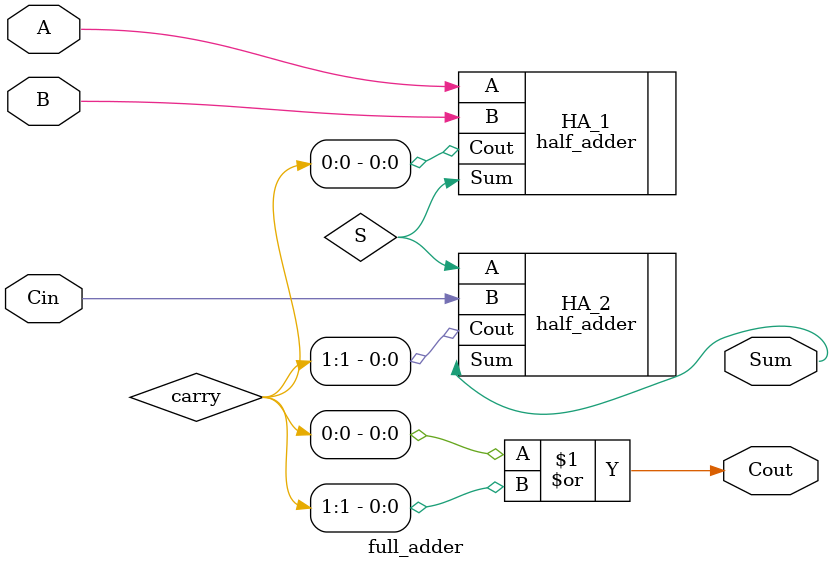
<source format=v>
`timescale 1ns / 1ps
module full_adder(A, B, Cin, Cout, Sum);

	input A, B, Cin;
	output Cout, Sum;
	
	wire S;
	wire [1:0] carry;

	half_adder HA_1(.A(A), .B(B), .Cout(carry[0]), .Sum(S));
	half_adder HA_2(.A(S), .B(Cin), .Cout(carry[1]), .Sum(Sum));
	
	assign Cout = carry[0]|carry[1];
	
endmodule

</source>
